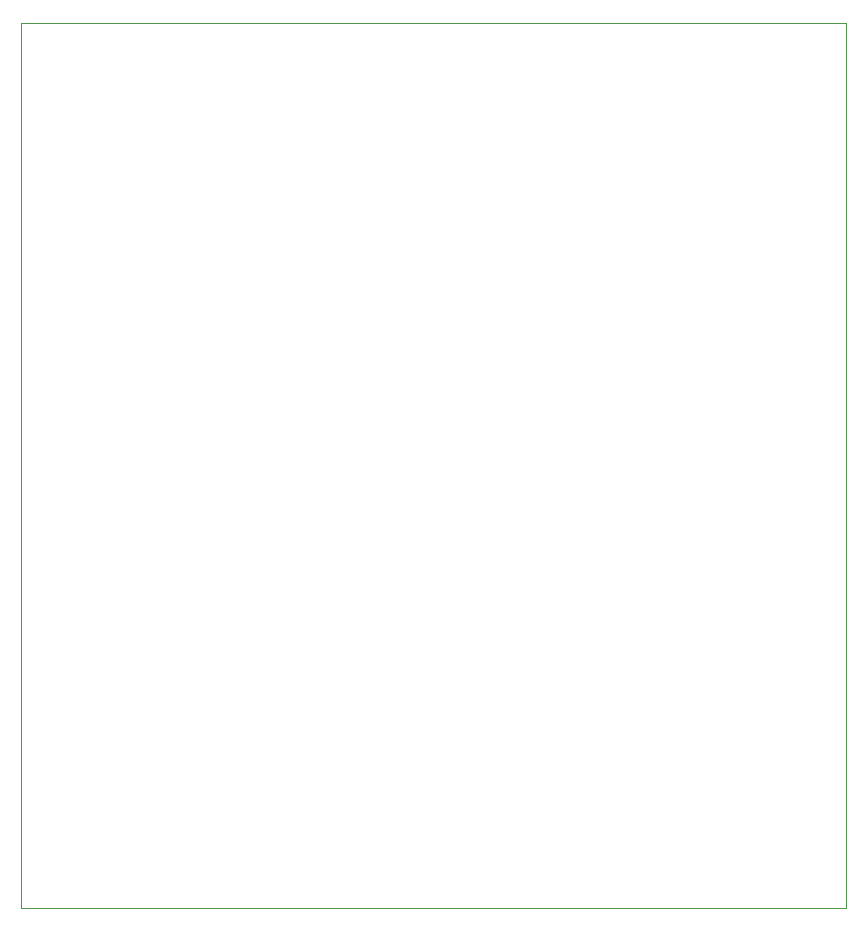
<source format=gm1>
%TF.GenerationSoftware,KiCad,Pcbnew,6.0.2+dfsg-1*%
%TF.CreationDate,2023-01-11T22:24:02+09:00*%
%TF.ProjectId,Akashi-11,416b6173-6869-42d3-9131-2e6b69636164,rev?*%
%TF.SameCoordinates,Original*%
%TF.FileFunction,Profile,NP*%
%FSLAX46Y46*%
G04 Gerber Fmt 4.6, Leading zero omitted, Abs format (unit mm)*
G04 Created by KiCad (PCBNEW 6.0.2+dfsg-1) date 2023-01-11 22:24:02*
%MOMM*%
%LPD*%
G01*
G04 APERTURE LIST*
%TA.AperFunction,Profile*%
%ADD10C,0.050000*%
%TD*%
G04 APERTURE END LIST*
D10*
X186055000Y-110490000D02*
X116205000Y-110490000D01*
X186055000Y-35560000D02*
X186055000Y-110490000D01*
X116205000Y-35560000D02*
X186055000Y-35560000D01*
X116205000Y-110490000D02*
X116205000Y-35560000D01*
M02*

</source>
